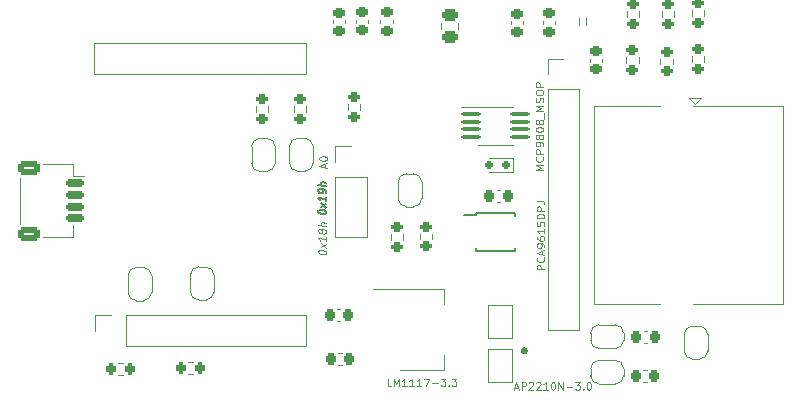
<source format=gbr>
%TF.GenerationSoftware,KiCad,Pcbnew,7.0.8-7.0.8~ubuntu22.04.1*%
%TF.CreationDate,2023-10-19T14:38:34-05:00*%
%TF.ProjectId,rm3100Remote,726d3331-3030-4526-956d-6f74652e6b69,0.0.5*%
%TF.SameCoordinates,Original*%
%TF.FileFunction,Legend,Top*%
%TF.FilePolarity,Positive*%
%FSLAX46Y46*%
G04 Gerber Fmt 4.6, Leading zero omitted, Abs format (unit mm)*
G04 Created by KiCad (PCBNEW 7.0.8-7.0.8~ubuntu22.04.1) date 2023-10-19 14:38:34*
%MOMM*%
%LPD*%
G01*
G04 APERTURE LIST*
G04 Aperture macros list*
%AMRoundRect*
0 Rectangle with rounded corners*
0 $1 Rounding radius*
0 $2 $3 $4 $5 $6 $7 $8 $9 X,Y pos of 4 corners*
0 Add a 4 corners polygon primitive as box body*
4,1,4,$2,$3,$4,$5,$6,$7,$8,$9,$2,$3,0*
0 Add four circle primitives for the rounded corners*
1,1,$1+$1,$2,$3*
1,1,$1+$1,$4,$5*
1,1,$1+$1,$6,$7*
1,1,$1+$1,$8,$9*
0 Add four rect primitives between the rounded corners*
20,1,$1+$1,$2,$3,$4,$5,0*
20,1,$1+$1,$4,$5,$6,$7,0*
20,1,$1+$1,$6,$7,$8,$9,0*
20,1,$1+$1,$8,$9,$2,$3,0*%
%AMFreePoly0*
4,1,19,0.500000,-0.750000,0.000000,-0.750000,0.000000,-0.744911,-0.071157,-0.744911,-0.207708,-0.704816,-0.327430,-0.627875,-0.420627,-0.520320,-0.479746,-0.390866,-0.500000,-0.250000,-0.500000,0.250000,-0.479746,0.390866,-0.420627,0.520320,-0.327430,0.627875,-0.207708,0.704816,-0.071157,0.744911,0.000000,0.744911,0.000000,0.750000,0.500000,0.750000,0.500000,-0.750000,0.500000,-0.750000,
$1*%
%AMFreePoly1*
4,1,19,0.000000,0.744911,0.071157,0.744911,0.207708,0.704816,0.327430,0.627875,0.420627,0.520320,0.479746,0.390866,0.500000,0.250000,0.500000,-0.250000,0.479746,-0.390866,0.420627,-0.520320,0.327430,-0.627875,0.207708,-0.704816,0.071157,-0.744911,0.000000,-0.744911,0.000000,-0.750000,-0.500000,-0.750000,-0.500000,0.750000,0.000000,0.750000,0.000000,0.744911,0.000000,0.744911,
$1*%
G04 Aperture macros list end*
%ADD10C,0.150000*%
%ADD11C,0.125000*%
%ADD12C,0.120000*%
%ADD13C,0.127000*%
%ADD14RoundRect,0.200000X-0.275000X0.200000X-0.275000X-0.200000X0.275000X-0.200000X0.275000X0.200000X0*%
%ADD15C,2.500000*%
%ADD16R,1.700000X1.700000*%
%ADD17O,1.700000X1.700000*%
%ADD18RoundRect,0.150000X-0.625000X0.150000X-0.625000X-0.150000X0.625000X-0.150000X0.625000X0.150000X0*%
%ADD19RoundRect,0.250000X-0.650000X0.350000X-0.650000X-0.350000X0.650000X-0.350000X0.650000X0.350000X0*%
%ADD20FreePoly0,270.000000*%
%ADD21FreePoly1,270.000000*%
%ADD22RoundRect,0.200000X-0.200000X-0.275000X0.200000X-0.275000X0.200000X0.275000X-0.200000X0.275000X0*%
%ADD23RoundRect,0.225000X0.225000X0.250000X-0.225000X0.250000X-0.225000X-0.250000X0.225000X-0.250000X0*%
%ADD24RoundRect,0.225000X0.250000X-0.225000X0.250000X0.225000X-0.250000X0.225000X-0.250000X-0.225000X0*%
%ADD25RoundRect,0.225000X-0.250000X0.225000X-0.250000X-0.225000X0.250000X-0.225000X0.250000X0.225000X0*%
%ADD26RoundRect,0.150000X-0.150000X-0.200000X0.150000X-0.200000X0.150000X0.200000X-0.150000X0.200000X0*%
%ADD27RoundRect,0.243750X-0.456250X0.243750X-0.456250X-0.243750X0.456250X-0.243750X0.456250X0.243750X0*%
%ADD28R,0.800000X0.600000*%
%ADD29C,3.250000*%
%ADD30R,1.500000X1.500000*%
%ADD31C,1.500000*%
%ADD32C,2.300000*%
%ADD33RoundRect,0.100000X-0.712500X-0.100000X0.712500X-0.100000X0.712500X0.100000X-0.712500X0.100000X0*%
%ADD34R,1.100000X0.250000*%
%ADD35R,2.000000X1.500000*%
%ADD36R,2.000000X3.800000*%
%ADD37RoundRect,0.225000X-0.225000X-0.250000X0.225000X-0.250000X0.225000X0.250000X-0.225000X0.250000X0*%
%ADD38R,1.050000X0.600000*%
%ADD39R,1.500000X1.000000*%
%ADD40FreePoly0,180.000000*%
%ADD41FreePoly1,180.000000*%
G04 APERTURE END LIST*
D10*
X-70075898Y55439839D02*
X-70075898Y55501744D01*
X-70075898Y55501744D02*
X-70044946Y55559779D01*
X-70044946Y55559779D02*
X-70013993Y55586863D01*
X-70013993Y55586863D02*
X-69952089Y55610077D01*
X-69952089Y55610077D02*
X-69828279Y55625553D01*
X-69828279Y55625553D02*
X-69673517Y55606208D01*
X-69673517Y55606208D02*
X-69549708Y55559779D01*
X-69549708Y55559779D02*
X-69487803Y55521089D01*
X-69487803Y55521089D02*
X-69456850Y55486267D01*
X-69456850Y55486267D02*
X-69425898Y55420494D01*
X-69425898Y55420494D02*
X-69425898Y55358589D01*
X-69425898Y55358589D02*
X-69456850Y55300553D01*
X-69456850Y55300553D02*
X-69487803Y55273470D01*
X-69487803Y55273470D02*
X-69549708Y55250256D01*
X-69549708Y55250256D02*
X-69673517Y55234779D01*
X-69673517Y55234779D02*
X-69828279Y55254125D01*
X-69828279Y55254125D02*
X-69952089Y55300553D01*
X-69952089Y55300553D02*
X-70013993Y55339244D01*
X-70013993Y55339244D02*
X-70044946Y55374065D01*
X-70044946Y55374065D02*
X-70075898Y55439839D01*
X-69425898Y55791923D02*
X-69859231Y56186565D01*
X-69859231Y55846089D02*
X-69425898Y56132399D01*
X-69425898Y56720494D02*
X-69425898Y56349065D01*
X-69425898Y56534779D02*
X-70075898Y56616029D01*
X-70075898Y56616029D02*
X-69983041Y56542517D01*
X-69983041Y56542517D02*
X-69921136Y56472874D01*
X-69921136Y56472874D02*
X-69890184Y56407101D01*
X-69425898Y57030018D02*
X-69425898Y57153827D01*
X-69425898Y57153827D02*
X-69456850Y57219601D01*
X-69456850Y57219601D02*
X-69487803Y57254422D01*
X-69487803Y57254422D02*
X-69580660Y57327934D01*
X-69580660Y57327934D02*
X-69704470Y57374363D01*
X-69704470Y57374363D02*
X-69952089Y57405315D01*
X-69952089Y57405315D02*
X-70013993Y57382101D01*
X-70013993Y57382101D02*
X-70044946Y57355018D01*
X-70044946Y57355018D02*
X-70075898Y57296982D01*
X-70075898Y57296982D02*
X-70075898Y57173172D01*
X-70075898Y57173172D02*
X-70044946Y57107399D01*
X-70044946Y57107399D02*
X-70013993Y57072577D01*
X-70013993Y57072577D02*
X-69952089Y57033887D01*
X-69952089Y57033887D02*
X-69797327Y57014542D01*
X-69797327Y57014542D02*
X-69735422Y57037756D01*
X-69735422Y57037756D02*
X-69704470Y57064839D01*
X-69704470Y57064839D02*
X-69673517Y57122875D01*
X-69673517Y57122875D02*
X-69673517Y57246684D01*
X-69673517Y57246684D02*
X-69704470Y57312458D01*
X-69704470Y57312458D02*
X-69735422Y57347280D01*
X-69735422Y57347280D02*
X-69797327Y57385970D01*
X-69425898Y57618113D02*
X-70075898Y57699363D01*
X-69425898Y57896685D02*
X-69766374Y57939244D01*
X-69766374Y57939244D02*
X-69828279Y57916030D01*
X-69828279Y57916030D02*
X-69859231Y57857994D01*
X-69859231Y57857994D02*
X-69859231Y57765137D01*
X-69859231Y57765137D02*
X-69828279Y57699363D01*
X-69828279Y57699363D02*
X-69797327Y57664542D01*
D11*
X-70074598Y52039839D02*
X-70074598Y52101744D01*
X-70074598Y52101744D02*
X-70043646Y52159779D01*
X-70043646Y52159779D02*
X-70012693Y52186863D01*
X-70012693Y52186863D02*
X-69950789Y52210077D01*
X-69950789Y52210077D02*
X-69826979Y52225553D01*
X-69826979Y52225553D02*
X-69672217Y52206208D01*
X-69672217Y52206208D02*
X-69548408Y52159779D01*
X-69548408Y52159779D02*
X-69486503Y52121089D01*
X-69486503Y52121089D02*
X-69455550Y52086267D01*
X-69455550Y52086267D02*
X-69424598Y52020494D01*
X-69424598Y52020494D02*
X-69424598Y51958589D01*
X-69424598Y51958589D02*
X-69455550Y51900553D01*
X-69455550Y51900553D02*
X-69486503Y51873470D01*
X-69486503Y51873470D02*
X-69548408Y51850256D01*
X-69548408Y51850256D02*
X-69672217Y51834779D01*
X-69672217Y51834779D02*
X-69826979Y51854125D01*
X-69826979Y51854125D02*
X-69950789Y51900553D01*
X-69950789Y51900553D02*
X-70012693Y51939244D01*
X-70012693Y51939244D02*
X-70043646Y51974065D01*
X-70043646Y51974065D02*
X-70074598Y52039839D01*
X-69424598Y52391923D02*
X-69857931Y52786565D01*
X-69857931Y52446089D02*
X-69424598Y52732399D01*
X-69424598Y53320494D02*
X-69424598Y52949065D01*
X-69424598Y53134779D02*
X-70074598Y53216029D01*
X-70074598Y53216029D02*
X-69981741Y53142517D01*
X-69981741Y53142517D02*
X-69919836Y53072874D01*
X-69919836Y53072874D02*
X-69888884Y53007101D01*
X-69796027Y53738351D02*
X-69826979Y53680315D01*
X-69826979Y53680315D02*
X-69857931Y53653232D01*
X-69857931Y53653232D02*
X-69919836Y53630018D01*
X-69919836Y53630018D02*
X-69950789Y53633887D01*
X-69950789Y53633887D02*
X-70012693Y53672577D01*
X-70012693Y53672577D02*
X-70043646Y53707399D01*
X-70043646Y53707399D02*
X-70074598Y53773172D01*
X-70074598Y53773172D02*
X-70074598Y53896982D01*
X-70074598Y53896982D02*
X-70043646Y53955018D01*
X-70043646Y53955018D02*
X-70012693Y53982101D01*
X-70012693Y53982101D02*
X-69950789Y54005315D01*
X-69950789Y54005315D02*
X-69919836Y54001446D01*
X-69919836Y54001446D02*
X-69857931Y53962756D01*
X-69857931Y53962756D02*
X-69826979Y53927934D01*
X-69826979Y53927934D02*
X-69796027Y53862161D01*
X-69796027Y53862161D02*
X-69796027Y53738351D01*
X-69796027Y53738351D02*
X-69765074Y53672577D01*
X-69765074Y53672577D02*
X-69734122Y53637756D01*
X-69734122Y53637756D02*
X-69672217Y53599065D01*
X-69672217Y53599065D02*
X-69548408Y53583589D01*
X-69548408Y53583589D02*
X-69486503Y53606803D01*
X-69486503Y53606803D02*
X-69455550Y53633887D01*
X-69455550Y53633887D02*
X-69424598Y53691922D01*
X-69424598Y53691922D02*
X-69424598Y53815732D01*
X-69424598Y53815732D02*
X-69455550Y53881506D01*
X-69455550Y53881506D02*
X-69486503Y53916327D01*
X-69486503Y53916327D02*
X-69548408Y53955018D01*
X-69548408Y53955018D02*
X-69672217Y53970494D01*
X-69672217Y53970494D02*
X-69734122Y53947280D01*
X-69734122Y53947280D02*
X-69765074Y53920196D01*
X-69765074Y53920196D02*
X-69796027Y53862161D01*
X-69424598Y54218113D02*
X-70074598Y54299363D01*
X-69424598Y54496685D02*
X-69765074Y54539244D01*
X-69765074Y54539244D02*
X-69826979Y54516030D01*
X-69826979Y54516030D02*
X-69857931Y54457994D01*
X-69857931Y54457994D02*
X-69857931Y54365137D01*
X-69857931Y54365137D02*
X-69826979Y54299363D01*
X-69826979Y54299363D02*
X-69796027Y54264542D01*
X-69510312Y59205315D02*
X-69510312Y59514839D01*
X-69324598Y59143410D02*
X-69974598Y59360077D01*
X-69974598Y59360077D02*
X-69324598Y59576744D01*
X-69974598Y59917220D02*
X-69974598Y59979125D01*
X-69974598Y59979125D02*
X-69943646Y60041029D01*
X-69943646Y60041029D02*
X-69912693Y60071982D01*
X-69912693Y60071982D02*
X-69850789Y60102934D01*
X-69850789Y60102934D02*
X-69726979Y60133887D01*
X-69726979Y60133887D02*
X-69572217Y60133887D01*
X-69572217Y60133887D02*
X-69448408Y60102934D01*
X-69448408Y60102934D02*
X-69386503Y60071982D01*
X-69386503Y60071982D02*
X-69355550Y60041029D01*
X-69355550Y60041029D02*
X-69324598Y59979125D01*
X-69324598Y59979125D02*
X-69324598Y59917220D01*
X-69324598Y59917220D02*
X-69355550Y59855315D01*
X-69355550Y59855315D02*
X-69386503Y59824363D01*
X-69386503Y59824363D02*
X-69448408Y59793410D01*
X-69448408Y59793410D02*
X-69572217Y59762458D01*
X-69572217Y59762458D02*
X-69726979Y59762458D01*
X-69726979Y59762458D02*
X-69850789Y59793410D01*
X-69850789Y59793410D02*
X-69912693Y59824363D01*
X-69912693Y59824363D02*
X-69943646Y59855315D01*
X-69943646Y59855315D02*
X-69974598Y59917220D01*
X-51024598Y58970790D02*
X-51674598Y58970790D01*
X-51674598Y58970790D02*
X-51210312Y59187457D01*
X-51210312Y59187457D02*
X-51674598Y59404124D01*
X-51674598Y59404124D02*
X-51024598Y59404124D01*
X-51086503Y60085076D02*
X-51055550Y60054124D01*
X-51055550Y60054124D02*
X-51024598Y59961266D01*
X-51024598Y59961266D02*
X-51024598Y59899362D01*
X-51024598Y59899362D02*
X-51055550Y59806505D01*
X-51055550Y59806505D02*
X-51117455Y59744600D01*
X-51117455Y59744600D02*
X-51179360Y59713647D01*
X-51179360Y59713647D02*
X-51303170Y59682695D01*
X-51303170Y59682695D02*
X-51396027Y59682695D01*
X-51396027Y59682695D02*
X-51519836Y59713647D01*
X-51519836Y59713647D02*
X-51581741Y59744600D01*
X-51581741Y59744600D02*
X-51643646Y59806505D01*
X-51643646Y59806505D02*
X-51674598Y59899362D01*
X-51674598Y59899362D02*
X-51674598Y59961266D01*
X-51674598Y59961266D02*
X-51643646Y60054124D01*
X-51643646Y60054124D02*
X-51612693Y60085076D01*
X-51024598Y60363647D02*
X-51674598Y60363647D01*
X-51674598Y60363647D02*
X-51674598Y60611266D01*
X-51674598Y60611266D02*
X-51643646Y60673171D01*
X-51643646Y60673171D02*
X-51612693Y60704124D01*
X-51612693Y60704124D02*
X-51550789Y60735076D01*
X-51550789Y60735076D02*
X-51457931Y60735076D01*
X-51457931Y60735076D02*
X-51396027Y60704124D01*
X-51396027Y60704124D02*
X-51365074Y60673171D01*
X-51365074Y60673171D02*
X-51334122Y60611266D01*
X-51334122Y60611266D02*
X-51334122Y60363647D01*
X-51024598Y61044600D02*
X-51024598Y61168409D01*
X-51024598Y61168409D02*
X-51055550Y61230314D01*
X-51055550Y61230314D02*
X-51086503Y61261266D01*
X-51086503Y61261266D02*
X-51179360Y61323171D01*
X-51179360Y61323171D02*
X-51303170Y61354124D01*
X-51303170Y61354124D02*
X-51550789Y61354124D01*
X-51550789Y61354124D02*
X-51612693Y61323171D01*
X-51612693Y61323171D02*
X-51643646Y61292219D01*
X-51643646Y61292219D02*
X-51674598Y61230314D01*
X-51674598Y61230314D02*
X-51674598Y61106505D01*
X-51674598Y61106505D02*
X-51643646Y61044600D01*
X-51643646Y61044600D02*
X-51612693Y61013647D01*
X-51612693Y61013647D02*
X-51550789Y60982695D01*
X-51550789Y60982695D02*
X-51396027Y60982695D01*
X-51396027Y60982695D02*
X-51334122Y61013647D01*
X-51334122Y61013647D02*
X-51303170Y61044600D01*
X-51303170Y61044600D02*
X-51272217Y61106505D01*
X-51272217Y61106505D02*
X-51272217Y61230314D01*
X-51272217Y61230314D02*
X-51303170Y61292219D01*
X-51303170Y61292219D02*
X-51334122Y61323171D01*
X-51334122Y61323171D02*
X-51396027Y61354124D01*
X-51396027Y61725553D02*
X-51426979Y61663648D01*
X-51426979Y61663648D02*
X-51457931Y61632695D01*
X-51457931Y61632695D02*
X-51519836Y61601743D01*
X-51519836Y61601743D02*
X-51550789Y61601743D01*
X-51550789Y61601743D02*
X-51612693Y61632695D01*
X-51612693Y61632695D02*
X-51643646Y61663648D01*
X-51643646Y61663648D02*
X-51674598Y61725553D01*
X-51674598Y61725553D02*
X-51674598Y61849362D01*
X-51674598Y61849362D02*
X-51643646Y61911267D01*
X-51643646Y61911267D02*
X-51612693Y61942219D01*
X-51612693Y61942219D02*
X-51550789Y61973172D01*
X-51550789Y61973172D02*
X-51519836Y61973172D01*
X-51519836Y61973172D02*
X-51457931Y61942219D01*
X-51457931Y61942219D02*
X-51426979Y61911267D01*
X-51426979Y61911267D02*
X-51396027Y61849362D01*
X-51396027Y61849362D02*
X-51396027Y61725553D01*
X-51396027Y61725553D02*
X-51365074Y61663648D01*
X-51365074Y61663648D02*
X-51334122Y61632695D01*
X-51334122Y61632695D02*
X-51272217Y61601743D01*
X-51272217Y61601743D02*
X-51148408Y61601743D01*
X-51148408Y61601743D02*
X-51086503Y61632695D01*
X-51086503Y61632695D02*
X-51055550Y61663648D01*
X-51055550Y61663648D02*
X-51024598Y61725553D01*
X-51024598Y61725553D02*
X-51024598Y61849362D01*
X-51024598Y61849362D02*
X-51055550Y61911267D01*
X-51055550Y61911267D02*
X-51086503Y61942219D01*
X-51086503Y61942219D02*
X-51148408Y61973172D01*
X-51148408Y61973172D02*
X-51272217Y61973172D01*
X-51272217Y61973172D02*
X-51334122Y61942219D01*
X-51334122Y61942219D02*
X-51365074Y61911267D01*
X-51365074Y61911267D02*
X-51396027Y61849362D01*
X-51674598Y62375553D02*
X-51674598Y62437458D01*
X-51674598Y62437458D02*
X-51643646Y62499362D01*
X-51643646Y62499362D02*
X-51612693Y62530315D01*
X-51612693Y62530315D02*
X-51550789Y62561267D01*
X-51550789Y62561267D02*
X-51426979Y62592220D01*
X-51426979Y62592220D02*
X-51272217Y62592220D01*
X-51272217Y62592220D02*
X-51148408Y62561267D01*
X-51148408Y62561267D02*
X-51086503Y62530315D01*
X-51086503Y62530315D02*
X-51055550Y62499362D01*
X-51055550Y62499362D02*
X-51024598Y62437458D01*
X-51024598Y62437458D02*
X-51024598Y62375553D01*
X-51024598Y62375553D02*
X-51055550Y62313648D01*
X-51055550Y62313648D02*
X-51086503Y62282696D01*
X-51086503Y62282696D02*
X-51148408Y62251743D01*
X-51148408Y62251743D02*
X-51272217Y62220791D01*
X-51272217Y62220791D02*
X-51426979Y62220791D01*
X-51426979Y62220791D02*
X-51550789Y62251743D01*
X-51550789Y62251743D02*
X-51612693Y62282696D01*
X-51612693Y62282696D02*
X-51643646Y62313648D01*
X-51643646Y62313648D02*
X-51674598Y62375553D01*
X-51396027Y62963649D02*
X-51426979Y62901744D01*
X-51426979Y62901744D02*
X-51457931Y62870791D01*
X-51457931Y62870791D02*
X-51519836Y62839839D01*
X-51519836Y62839839D02*
X-51550789Y62839839D01*
X-51550789Y62839839D02*
X-51612693Y62870791D01*
X-51612693Y62870791D02*
X-51643646Y62901744D01*
X-51643646Y62901744D02*
X-51674598Y62963649D01*
X-51674598Y62963649D02*
X-51674598Y63087458D01*
X-51674598Y63087458D02*
X-51643646Y63149363D01*
X-51643646Y63149363D02*
X-51612693Y63180315D01*
X-51612693Y63180315D02*
X-51550789Y63211268D01*
X-51550789Y63211268D02*
X-51519836Y63211268D01*
X-51519836Y63211268D02*
X-51457931Y63180315D01*
X-51457931Y63180315D02*
X-51426979Y63149363D01*
X-51426979Y63149363D02*
X-51396027Y63087458D01*
X-51396027Y63087458D02*
X-51396027Y62963649D01*
X-51396027Y62963649D02*
X-51365074Y62901744D01*
X-51365074Y62901744D02*
X-51334122Y62870791D01*
X-51334122Y62870791D02*
X-51272217Y62839839D01*
X-51272217Y62839839D02*
X-51148408Y62839839D01*
X-51148408Y62839839D02*
X-51086503Y62870791D01*
X-51086503Y62870791D02*
X-51055550Y62901744D01*
X-51055550Y62901744D02*
X-51024598Y62963649D01*
X-51024598Y62963649D02*
X-51024598Y63087458D01*
X-51024598Y63087458D02*
X-51055550Y63149363D01*
X-51055550Y63149363D02*
X-51086503Y63180315D01*
X-51086503Y63180315D02*
X-51148408Y63211268D01*
X-51148408Y63211268D02*
X-51272217Y63211268D01*
X-51272217Y63211268D02*
X-51334122Y63180315D01*
X-51334122Y63180315D02*
X-51365074Y63149363D01*
X-51365074Y63149363D02*
X-51396027Y63087458D01*
X-50962693Y63335077D02*
X-50962693Y63830316D01*
X-51024598Y63985077D02*
X-51674598Y63985077D01*
X-51674598Y63985077D02*
X-51210312Y64201744D01*
X-51210312Y64201744D02*
X-51674598Y64418411D01*
X-51674598Y64418411D02*
X-51024598Y64418411D01*
X-51055550Y64696982D02*
X-51024598Y64789839D01*
X-51024598Y64789839D02*
X-51024598Y64944601D01*
X-51024598Y64944601D02*
X-51055550Y65006506D01*
X-51055550Y65006506D02*
X-51086503Y65037458D01*
X-51086503Y65037458D02*
X-51148408Y65068411D01*
X-51148408Y65068411D02*
X-51210312Y65068411D01*
X-51210312Y65068411D02*
X-51272217Y65037458D01*
X-51272217Y65037458D02*
X-51303170Y65006506D01*
X-51303170Y65006506D02*
X-51334122Y64944601D01*
X-51334122Y64944601D02*
X-51365074Y64820792D01*
X-51365074Y64820792D02*
X-51396027Y64758887D01*
X-51396027Y64758887D02*
X-51426979Y64727934D01*
X-51426979Y64727934D02*
X-51488884Y64696982D01*
X-51488884Y64696982D02*
X-51550789Y64696982D01*
X-51550789Y64696982D02*
X-51612693Y64727934D01*
X-51612693Y64727934D02*
X-51643646Y64758887D01*
X-51643646Y64758887D02*
X-51674598Y64820792D01*
X-51674598Y64820792D02*
X-51674598Y64975553D01*
X-51674598Y64975553D02*
X-51643646Y65068411D01*
X-51674598Y65470792D02*
X-51674598Y65594601D01*
X-51674598Y65594601D02*
X-51643646Y65656506D01*
X-51643646Y65656506D02*
X-51581741Y65718411D01*
X-51581741Y65718411D02*
X-51457931Y65749363D01*
X-51457931Y65749363D02*
X-51241265Y65749363D01*
X-51241265Y65749363D02*
X-51117455Y65718411D01*
X-51117455Y65718411D02*
X-51055550Y65656506D01*
X-51055550Y65656506D02*
X-51024598Y65594601D01*
X-51024598Y65594601D02*
X-51024598Y65470792D01*
X-51024598Y65470792D02*
X-51055550Y65408887D01*
X-51055550Y65408887D02*
X-51117455Y65346982D01*
X-51117455Y65346982D02*
X-51241265Y65316030D01*
X-51241265Y65316030D02*
X-51457931Y65316030D01*
X-51457931Y65316030D02*
X-51581741Y65346982D01*
X-51581741Y65346982D02*
X-51643646Y65408887D01*
X-51643646Y65408887D02*
X-51674598Y65470792D01*
X-51024598Y66027934D02*
X-51674598Y66027934D01*
X-51674598Y66027934D02*
X-51674598Y66275553D01*
X-51674598Y66275553D02*
X-51643646Y66337458D01*
X-51643646Y66337458D02*
X-51612693Y66368411D01*
X-51612693Y66368411D02*
X-51550789Y66399363D01*
X-51550789Y66399363D02*
X-51457931Y66399363D01*
X-51457931Y66399363D02*
X-51396027Y66368411D01*
X-51396027Y66368411D02*
X-51365074Y66337458D01*
X-51365074Y66337458D02*
X-51334122Y66275553D01*
X-51334122Y66275553D02*
X-51334122Y66027934D01*
X-50924598Y50560076D02*
X-51574598Y50560076D01*
X-51574598Y50560076D02*
X-51574598Y50807695D01*
X-51574598Y50807695D02*
X-51543646Y50869600D01*
X-51543646Y50869600D02*
X-51512693Y50900553D01*
X-51512693Y50900553D02*
X-51450789Y50931505D01*
X-51450789Y50931505D02*
X-51357931Y50931505D01*
X-51357931Y50931505D02*
X-51296027Y50900553D01*
X-51296027Y50900553D02*
X-51265074Y50869600D01*
X-51265074Y50869600D02*
X-51234122Y50807695D01*
X-51234122Y50807695D02*
X-51234122Y50560076D01*
X-50986503Y51581505D02*
X-50955550Y51550553D01*
X-50955550Y51550553D02*
X-50924598Y51457695D01*
X-50924598Y51457695D02*
X-50924598Y51395791D01*
X-50924598Y51395791D02*
X-50955550Y51302934D01*
X-50955550Y51302934D02*
X-51017455Y51241029D01*
X-51017455Y51241029D02*
X-51079360Y51210076D01*
X-51079360Y51210076D02*
X-51203170Y51179124D01*
X-51203170Y51179124D02*
X-51296027Y51179124D01*
X-51296027Y51179124D02*
X-51419836Y51210076D01*
X-51419836Y51210076D02*
X-51481741Y51241029D01*
X-51481741Y51241029D02*
X-51543646Y51302934D01*
X-51543646Y51302934D02*
X-51574598Y51395791D01*
X-51574598Y51395791D02*
X-51574598Y51457695D01*
X-51574598Y51457695D02*
X-51543646Y51550553D01*
X-51543646Y51550553D02*
X-51512693Y51581505D01*
X-51110312Y51829124D02*
X-51110312Y52138648D01*
X-50924598Y51767219D02*
X-51574598Y51983886D01*
X-51574598Y51983886D02*
X-50924598Y52200553D01*
X-50924598Y52448172D02*
X-50924598Y52571981D01*
X-50924598Y52571981D02*
X-50955550Y52633886D01*
X-50955550Y52633886D02*
X-50986503Y52664838D01*
X-50986503Y52664838D02*
X-51079360Y52726743D01*
X-51079360Y52726743D02*
X-51203170Y52757696D01*
X-51203170Y52757696D02*
X-51450789Y52757696D01*
X-51450789Y52757696D02*
X-51512693Y52726743D01*
X-51512693Y52726743D02*
X-51543646Y52695791D01*
X-51543646Y52695791D02*
X-51574598Y52633886D01*
X-51574598Y52633886D02*
X-51574598Y52510077D01*
X-51574598Y52510077D02*
X-51543646Y52448172D01*
X-51543646Y52448172D02*
X-51512693Y52417219D01*
X-51512693Y52417219D02*
X-51450789Y52386267D01*
X-51450789Y52386267D02*
X-51296027Y52386267D01*
X-51296027Y52386267D02*
X-51234122Y52417219D01*
X-51234122Y52417219D02*
X-51203170Y52448172D01*
X-51203170Y52448172D02*
X-51172217Y52510077D01*
X-51172217Y52510077D02*
X-51172217Y52633886D01*
X-51172217Y52633886D02*
X-51203170Y52695791D01*
X-51203170Y52695791D02*
X-51234122Y52726743D01*
X-51234122Y52726743D02*
X-51296027Y52757696D01*
X-51574598Y53314839D02*
X-51574598Y53191029D01*
X-51574598Y53191029D02*
X-51543646Y53129125D01*
X-51543646Y53129125D02*
X-51512693Y53098172D01*
X-51512693Y53098172D02*
X-51419836Y53036267D01*
X-51419836Y53036267D02*
X-51296027Y53005315D01*
X-51296027Y53005315D02*
X-51048408Y53005315D01*
X-51048408Y53005315D02*
X-50986503Y53036267D01*
X-50986503Y53036267D02*
X-50955550Y53067220D01*
X-50955550Y53067220D02*
X-50924598Y53129125D01*
X-50924598Y53129125D02*
X-50924598Y53252934D01*
X-50924598Y53252934D02*
X-50955550Y53314839D01*
X-50955550Y53314839D02*
X-50986503Y53345791D01*
X-50986503Y53345791D02*
X-51048408Y53376744D01*
X-51048408Y53376744D02*
X-51203170Y53376744D01*
X-51203170Y53376744D02*
X-51265074Y53345791D01*
X-51265074Y53345791D02*
X-51296027Y53314839D01*
X-51296027Y53314839D02*
X-51326979Y53252934D01*
X-51326979Y53252934D02*
X-51326979Y53129125D01*
X-51326979Y53129125D02*
X-51296027Y53067220D01*
X-51296027Y53067220D02*
X-51265074Y53036267D01*
X-51265074Y53036267D02*
X-51203170Y53005315D01*
X-50924598Y53995792D02*
X-50924598Y53624363D01*
X-50924598Y53810077D02*
X-51574598Y53810077D01*
X-51574598Y53810077D02*
X-51481741Y53748173D01*
X-51481741Y53748173D02*
X-51419836Y53686268D01*
X-51419836Y53686268D02*
X-51388884Y53624363D01*
X-51574598Y54583887D02*
X-51574598Y54274363D01*
X-51574598Y54274363D02*
X-51265074Y54243411D01*
X-51265074Y54243411D02*
X-51296027Y54274363D01*
X-51296027Y54274363D02*
X-51326979Y54336268D01*
X-51326979Y54336268D02*
X-51326979Y54491030D01*
X-51326979Y54491030D02*
X-51296027Y54552935D01*
X-51296027Y54552935D02*
X-51265074Y54583887D01*
X-51265074Y54583887D02*
X-51203170Y54614840D01*
X-51203170Y54614840D02*
X-51048408Y54614840D01*
X-51048408Y54614840D02*
X-50986503Y54583887D01*
X-50986503Y54583887D02*
X-50955550Y54552935D01*
X-50955550Y54552935D02*
X-50924598Y54491030D01*
X-50924598Y54491030D02*
X-50924598Y54336268D01*
X-50924598Y54336268D02*
X-50955550Y54274363D01*
X-50955550Y54274363D02*
X-50986503Y54243411D01*
X-50924598Y54893411D02*
X-51574598Y54893411D01*
X-51574598Y54893411D02*
X-51574598Y55048173D01*
X-51574598Y55048173D02*
X-51543646Y55141030D01*
X-51543646Y55141030D02*
X-51481741Y55202935D01*
X-51481741Y55202935D02*
X-51419836Y55233888D01*
X-51419836Y55233888D02*
X-51296027Y55264840D01*
X-51296027Y55264840D02*
X-51203170Y55264840D01*
X-51203170Y55264840D02*
X-51079360Y55233888D01*
X-51079360Y55233888D02*
X-51017455Y55202935D01*
X-51017455Y55202935D02*
X-50955550Y55141030D01*
X-50955550Y55141030D02*
X-50924598Y55048173D01*
X-50924598Y55048173D02*
X-50924598Y54893411D01*
X-50924598Y55543411D02*
X-51574598Y55543411D01*
X-51574598Y55543411D02*
X-51574598Y55791030D01*
X-51574598Y55791030D02*
X-51543646Y55852935D01*
X-51543646Y55852935D02*
X-51512693Y55883888D01*
X-51512693Y55883888D02*
X-51450789Y55914840D01*
X-51450789Y55914840D02*
X-51357931Y55914840D01*
X-51357931Y55914840D02*
X-51296027Y55883888D01*
X-51296027Y55883888D02*
X-51265074Y55852935D01*
X-51265074Y55852935D02*
X-51234122Y55791030D01*
X-51234122Y55791030D02*
X-51234122Y55543411D01*
X-51574598Y56379126D02*
X-51110312Y56379126D01*
X-51110312Y56379126D02*
X-51017455Y56348173D01*
X-51017455Y56348173D02*
X-50955550Y56286269D01*
X-50955550Y56286269D02*
X-50924598Y56193411D01*
X-50924598Y56193411D02*
X-50924598Y56131507D01*
X-63900125Y40671798D02*
X-64209649Y40671798D01*
X-64209649Y40671798D02*
X-64209649Y41321798D01*
X-63683459Y40671798D02*
X-63683459Y41321798D01*
X-63683459Y41321798D02*
X-63466792Y40857512D01*
X-63466792Y40857512D02*
X-63250125Y41321798D01*
X-63250125Y41321798D02*
X-63250125Y40671798D01*
X-62600125Y40671798D02*
X-62971554Y40671798D01*
X-62785840Y40671798D02*
X-62785840Y41321798D01*
X-62785840Y41321798D02*
X-62847744Y41228941D01*
X-62847744Y41228941D02*
X-62909649Y41167036D01*
X-62909649Y41167036D02*
X-62971554Y41136084D01*
X-61981077Y40671798D02*
X-62352506Y40671798D01*
X-62166792Y40671798D02*
X-62166792Y41321798D01*
X-62166792Y41321798D02*
X-62228696Y41228941D01*
X-62228696Y41228941D02*
X-62290601Y41167036D01*
X-62290601Y41167036D02*
X-62352506Y41136084D01*
X-61362029Y40671798D02*
X-61733458Y40671798D01*
X-61547744Y40671798D02*
X-61547744Y41321798D01*
X-61547744Y41321798D02*
X-61609648Y41228941D01*
X-61609648Y41228941D02*
X-61671553Y41167036D01*
X-61671553Y41167036D02*
X-61733458Y41136084D01*
X-61145362Y41321798D02*
X-60712029Y41321798D01*
X-60712029Y41321798D02*
X-60990600Y40671798D01*
X-60464410Y40919417D02*
X-59969171Y40919417D01*
X-59721552Y41321798D02*
X-59319171Y41321798D01*
X-59319171Y41321798D02*
X-59535838Y41074179D01*
X-59535838Y41074179D02*
X-59442981Y41074179D01*
X-59442981Y41074179D02*
X-59381076Y41043227D01*
X-59381076Y41043227D02*
X-59350124Y41012274D01*
X-59350124Y41012274D02*
X-59319171Y40950370D01*
X-59319171Y40950370D02*
X-59319171Y40795608D01*
X-59319171Y40795608D02*
X-59350124Y40733703D01*
X-59350124Y40733703D02*
X-59381076Y40702750D01*
X-59381076Y40702750D02*
X-59442981Y40671798D01*
X-59442981Y40671798D02*
X-59628695Y40671798D01*
X-59628695Y40671798D02*
X-59690600Y40702750D01*
X-59690600Y40702750D02*
X-59721552Y40733703D01*
X-59040600Y40733703D02*
X-59009647Y40702750D01*
X-59009647Y40702750D02*
X-59040600Y40671798D01*
X-59040600Y40671798D02*
X-59071552Y40702750D01*
X-59071552Y40702750D02*
X-59040600Y40733703D01*
X-59040600Y40733703D02*
X-59040600Y40671798D01*
X-58792980Y41321798D02*
X-58390599Y41321798D01*
X-58390599Y41321798D02*
X-58607266Y41074179D01*
X-58607266Y41074179D02*
X-58514409Y41074179D01*
X-58514409Y41074179D02*
X-58452504Y41043227D01*
X-58452504Y41043227D02*
X-58421552Y41012274D01*
X-58421552Y41012274D02*
X-58390599Y40950370D01*
X-58390599Y40950370D02*
X-58390599Y40795608D01*
X-58390599Y40795608D02*
X-58421552Y40733703D01*
X-58421552Y40733703D02*
X-58452504Y40702750D01*
X-58452504Y40702750D02*
X-58514409Y40671798D01*
X-58514409Y40671798D02*
X-58700123Y40671798D01*
X-58700123Y40671798D02*
X-58762028Y40702750D01*
X-58762028Y40702750D02*
X-58792980Y40733703D01*
X-53453325Y40561112D02*
X-53143801Y40561112D01*
X-53515230Y40375398D02*
X-53298563Y41025398D01*
X-53298563Y41025398D02*
X-53081896Y40375398D01*
X-52865230Y40375398D02*
X-52865230Y41025398D01*
X-52865230Y41025398D02*
X-52617611Y41025398D01*
X-52617611Y41025398D02*
X-52555706Y40994446D01*
X-52555706Y40994446D02*
X-52524753Y40963493D01*
X-52524753Y40963493D02*
X-52493801Y40901589D01*
X-52493801Y40901589D02*
X-52493801Y40808731D01*
X-52493801Y40808731D02*
X-52524753Y40746827D01*
X-52524753Y40746827D02*
X-52555706Y40715874D01*
X-52555706Y40715874D02*
X-52617611Y40684922D01*
X-52617611Y40684922D02*
X-52865230Y40684922D01*
X-52246182Y40963493D02*
X-52215230Y40994446D01*
X-52215230Y40994446D02*
X-52153325Y41025398D01*
X-52153325Y41025398D02*
X-51998563Y41025398D01*
X-51998563Y41025398D02*
X-51936658Y40994446D01*
X-51936658Y40994446D02*
X-51905706Y40963493D01*
X-51905706Y40963493D02*
X-51874753Y40901589D01*
X-51874753Y40901589D02*
X-51874753Y40839684D01*
X-51874753Y40839684D02*
X-51905706Y40746827D01*
X-51905706Y40746827D02*
X-52277134Y40375398D01*
X-52277134Y40375398D02*
X-51874753Y40375398D01*
X-51627134Y40963493D02*
X-51596182Y40994446D01*
X-51596182Y40994446D02*
X-51534277Y41025398D01*
X-51534277Y41025398D02*
X-51379515Y41025398D01*
X-51379515Y41025398D02*
X-51317610Y40994446D01*
X-51317610Y40994446D02*
X-51286658Y40963493D01*
X-51286658Y40963493D02*
X-51255705Y40901589D01*
X-51255705Y40901589D02*
X-51255705Y40839684D01*
X-51255705Y40839684D02*
X-51286658Y40746827D01*
X-51286658Y40746827D02*
X-51658086Y40375398D01*
X-51658086Y40375398D02*
X-51255705Y40375398D01*
X-50636657Y40375398D02*
X-51008086Y40375398D01*
X-50822372Y40375398D02*
X-50822372Y41025398D01*
X-50822372Y41025398D02*
X-50884276Y40932541D01*
X-50884276Y40932541D02*
X-50946181Y40870636D01*
X-50946181Y40870636D02*
X-51008086Y40839684D01*
X-50234276Y41025398D02*
X-50172371Y41025398D01*
X-50172371Y41025398D02*
X-50110467Y40994446D01*
X-50110467Y40994446D02*
X-50079514Y40963493D01*
X-50079514Y40963493D02*
X-50048562Y40901589D01*
X-50048562Y40901589D02*
X-50017609Y40777779D01*
X-50017609Y40777779D02*
X-50017609Y40623017D01*
X-50017609Y40623017D02*
X-50048562Y40499208D01*
X-50048562Y40499208D02*
X-50079514Y40437303D01*
X-50079514Y40437303D02*
X-50110467Y40406350D01*
X-50110467Y40406350D02*
X-50172371Y40375398D01*
X-50172371Y40375398D02*
X-50234276Y40375398D01*
X-50234276Y40375398D02*
X-50296181Y40406350D01*
X-50296181Y40406350D02*
X-50327133Y40437303D01*
X-50327133Y40437303D02*
X-50358086Y40499208D01*
X-50358086Y40499208D02*
X-50389038Y40623017D01*
X-50389038Y40623017D02*
X-50389038Y40777779D01*
X-50389038Y40777779D02*
X-50358086Y40901589D01*
X-50358086Y40901589D02*
X-50327133Y40963493D01*
X-50327133Y40963493D02*
X-50296181Y40994446D01*
X-50296181Y40994446D02*
X-50234276Y41025398D01*
X-49739038Y40375398D02*
X-49739038Y41025398D01*
X-49739038Y41025398D02*
X-49367609Y40375398D01*
X-49367609Y40375398D02*
X-49367609Y41025398D01*
X-49058086Y40623017D02*
X-48562847Y40623017D01*
X-48315228Y41025398D02*
X-47912847Y41025398D01*
X-47912847Y41025398D02*
X-48129514Y40777779D01*
X-48129514Y40777779D02*
X-48036657Y40777779D01*
X-48036657Y40777779D02*
X-47974752Y40746827D01*
X-47974752Y40746827D02*
X-47943800Y40715874D01*
X-47943800Y40715874D02*
X-47912847Y40653970D01*
X-47912847Y40653970D02*
X-47912847Y40499208D01*
X-47912847Y40499208D02*
X-47943800Y40437303D01*
X-47943800Y40437303D02*
X-47974752Y40406350D01*
X-47974752Y40406350D02*
X-48036657Y40375398D01*
X-48036657Y40375398D02*
X-48222371Y40375398D01*
X-48222371Y40375398D02*
X-48284276Y40406350D01*
X-48284276Y40406350D02*
X-48315228Y40437303D01*
X-47634276Y40437303D02*
X-47603323Y40406350D01*
X-47603323Y40406350D02*
X-47634276Y40375398D01*
X-47634276Y40375398D02*
X-47665228Y40406350D01*
X-47665228Y40406350D02*
X-47634276Y40437303D01*
X-47634276Y40437303D02*
X-47634276Y40375398D01*
X-47200942Y41025398D02*
X-47139037Y41025398D01*
X-47139037Y41025398D02*
X-47077133Y40994446D01*
X-47077133Y40994446D02*
X-47046180Y40963493D01*
X-47046180Y40963493D02*
X-47015228Y40901589D01*
X-47015228Y40901589D02*
X-46984275Y40777779D01*
X-46984275Y40777779D02*
X-46984275Y40623017D01*
X-46984275Y40623017D02*
X-47015228Y40499208D01*
X-47015228Y40499208D02*
X-47046180Y40437303D01*
X-47046180Y40437303D02*
X-47077133Y40406350D01*
X-47077133Y40406350D02*
X-47139037Y40375398D01*
X-47139037Y40375398D02*
X-47200942Y40375398D01*
X-47200942Y40375398D02*
X-47262847Y40406350D01*
X-47262847Y40406350D02*
X-47293799Y40437303D01*
X-47293799Y40437303D02*
X-47324752Y40499208D01*
X-47324752Y40499208D02*
X-47355704Y40623017D01*
X-47355704Y40623017D02*
X-47355704Y40777779D01*
X-47355704Y40777779D02*
X-47324752Y40901589D01*
X-47324752Y40901589D02*
X-47293799Y40963493D01*
X-47293799Y40963493D02*
X-47262847Y40994446D01*
X-47262847Y40994446D02*
X-47200942Y41025398D01*
D12*
%TO.C,R7*%
X-74305900Y64397658D02*
X-74305900Y63923142D01*
X-75350900Y64397658D02*
X-75350900Y63923142D01*
%TO.C,J3*%
X-68640000Y61020000D02*
X-67310000Y61020000D01*
X-68640000Y59690000D02*
X-68640000Y61020000D01*
X-68640000Y58420000D02*
X-68640000Y53280000D01*
X-68640000Y58420000D02*
X-65980000Y58420000D01*
X-68640000Y53280000D02*
X-65980000Y53280000D01*
X-65980000Y58420000D02*
X-65980000Y53280000D01*
%TO.C,J6*%
X-90874200Y59498000D02*
X-90874200Y58448000D01*
X-93374200Y59498000D02*
X-90874200Y59498000D01*
X-90874200Y58448000D02*
X-89884200Y58448000D01*
X-95344200Y58328000D02*
X-95344200Y54448000D01*
X-90874200Y53278000D02*
X-90874200Y54328000D01*
X-93374200Y53278000D02*
X-90874200Y53278000D01*
%TO.C,R10*%
X-60437500Y53577258D02*
X-60437500Y53102742D01*
X-61482500Y53577258D02*
X-61482500Y53102742D01*
%TO.C,R11*%
X-62875900Y53526458D02*
X-62875900Y53051942D01*
X-63920900Y53526458D02*
X-63920900Y53051942D01*
%TO.C,JP2*%
X-75026800Y61659200D02*
X-74426800Y61659200D01*
X-73726800Y60959200D02*
X-73726800Y59559200D01*
X-75726800Y59559200D02*
X-75726800Y60959200D01*
X-74426800Y58859200D02*
X-75026800Y58859200D01*
X-73726800Y60959200D02*
G75*
G03*
X-74426800Y61659200I-699999J1D01*
G01*
X-75026800Y61659200D02*
G75*
G03*
X-75726800Y60959200I-1J-699999D01*
G01*
X-74426800Y58859200D02*
G75*
G03*
X-73726800Y59559200I0J700000D01*
G01*
X-75726800Y59559200D02*
G75*
G03*
X-75026800Y58859200I700000J0D01*
G01*
%TO.C,JP3*%
X-71818800Y61669600D02*
X-71218800Y61669600D01*
X-70518800Y60969600D02*
X-70518800Y59569600D01*
X-72518800Y59569600D02*
X-72518800Y60969600D01*
X-71218800Y58869600D02*
X-71818800Y58869600D01*
X-70518800Y60969600D02*
G75*
G03*
X-71218800Y61669600I-699999J1D01*
G01*
X-71818800Y61669600D02*
G75*
G03*
X-72518800Y60969600I-1J-699999D01*
G01*
X-71218800Y58869600D02*
G75*
G03*
X-70518800Y59569600I0J700000D01*
G01*
X-72518800Y59569600D02*
G75*
G03*
X-71818800Y58869600I700000J0D01*
G01*
%TO.C,JP4*%
X-80208400Y50777600D02*
X-79608400Y50777600D01*
X-78908400Y50077600D02*
X-78908400Y48677600D01*
X-80908400Y48677600D02*
X-80908400Y50077600D01*
X-79608400Y47977600D02*
X-80208400Y47977600D01*
X-78908400Y50077600D02*
G75*
G03*
X-79608400Y50777600I-699999J1D01*
G01*
X-80208400Y50777600D02*
G75*
G03*
X-80908400Y50077600I-1J-699999D01*
G01*
X-79608400Y47977600D02*
G75*
G03*
X-78908400Y48677600I0J700000D01*
G01*
X-80908400Y48677600D02*
G75*
G03*
X-80208400Y47977600I700000J0D01*
G01*
%TO.C,JP5*%
X-85491600Y50726800D02*
X-84891600Y50726800D01*
X-84191600Y50026800D02*
X-84191600Y48626800D01*
X-86191600Y48626800D02*
X-86191600Y50026800D01*
X-84891600Y47926800D02*
X-85491600Y47926800D01*
X-84191600Y50026800D02*
G75*
G03*
X-84891600Y50726800I-699999J1D01*
G01*
X-85491600Y50726800D02*
G75*
G03*
X-86191600Y50026800I-1J-699999D01*
G01*
X-84891600Y47926800D02*
G75*
G03*
X-84191600Y48626800I0J700000D01*
G01*
X-86191600Y48626800D02*
G75*
G03*
X-85491600Y47926800I700000J0D01*
G01*
%TO.C,R8*%
X-66533500Y64550058D02*
X-66533500Y64075542D01*
X-67578500Y64550058D02*
X-67578500Y64075542D01*
%TO.C,R9*%
X-71105500Y64397658D02*
X-71105500Y63923142D01*
X-72150500Y64397658D02*
X-72150500Y63923142D01*
%TO.C,R12*%
X-81119858Y42737300D02*
X-80645342Y42737300D01*
X-81119858Y41692300D02*
X-80645342Y41692300D01*
%TO.C,R13*%
X-87054458Y42635700D02*
X-86579942Y42635700D01*
X-87054458Y41590700D02*
X-86579942Y41590700D01*
%TO.C,C1*%
X-54672620Y56233600D02*
X-54953780Y56233600D01*
X-54672620Y57253600D02*
X-54953780Y57253600D01*
%TO.C,C2*%
X-51078800Y71329020D02*
X-51078800Y71610180D01*
X-50058800Y71329020D02*
X-50058800Y71610180D01*
%TO.C,C3*%
X-53748800Y71299020D02*
X-53748800Y71580180D01*
X-52728800Y71299020D02*
X-52728800Y71580180D01*
%TO.C,C4*%
X-67816000Y71666980D02*
X-67816000Y71385820D01*
X-68836000Y71666980D02*
X-68836000Y71385820D01*
%TO.C,C5*%
X-65849950Y71716980D02*
X-65849950Y71435820D01*
X-66869950Y71716980D02*
X-66869950Y71435820D01*
%TO.C,C6*%
X-63788800Y71690180D02*
X-63788800Y71409020D01*
X-64808800Y71690180D02*
X-64808800Y71409020D01*
%TO.C,C7*%
X-46022800Y68415780D02*
X-46022800Y68134620D01*
X-47042800Y68415780D02*
X-47042800Y68134620D01*
%TO.C,D1*%
X-53628800Y58769600D02*
X-53628800Y59969600D01*
X-55588800Y58769600D02*
X-53628800Y58769600D01*
X-55588800Y59969600D02*
X-53628800Y59969600D01*
%TO.C,F1*%
X-58248800Y71398178D02*
X-58248800Y70881022D01*
X-59668800Y71398178D02*
X-59668800Y70881022D01*
%TO.C,FB1*%
X-48028800Y71259600D02*
X-48028800Y71859600D01*
X-47428800Y71259600D02*
X-47428800Y71859600D01*
%TO.C,J1*%
X-37665200Y65088400D02*
X-38165200Y64588400D01*
X-38665200Y65088400D02*
X-37665200Y65088400D01*
X-38165200Y64588400D02*
X-38665200Y65088400D01*
X-30755200Y64393400D02*
X-38365200Y64393400D01*
X-46725200Y64393400D02*
X-41165200Y64393400D01*
X-30755200Y64348400D02*
X-30755200Y47708400D01*
X-46725200Y64348400D02*
X-46725200Y47663400D01*
X-30755200Y47663400D02*
X-38365200Y47663400D01*
X-46725200Y47663400D02*
X-41165200Y47663400D01*
%TO.C,R1*%
X-42879100Y72424058D02*
X-42879100Y71949542D01*
X-43924100Y72424058D02*
X-43924100Y71949542D01*
%TO.C,R2*%
X-39965100Y72424058D02*
X-39965100Y71949542D01*
X-41010100Y72424058D02*
X-41010100Y71949542D01*
%TO.C,R3*%
X-37396300Y72506858D02*
X-37396300Y72032342D01*
X-38441300Y72506858D02*
X-38441300Y72032342D01*
%TO.C,R4*%
X-42962300Y68512458D02*
X-42962300Y68037942D01*
X-44007300Y68512458D02*
X-44007300Y68037942D01*
%TO.C,R5*%
X-40066700Y68401858D02*
X-40066700Y67927342D01*
X-41111700Y68401858D02*
X-41111700Y67927342D01*
%TO.C,R6*%
X-37396300Y68606858D02*
X-37396300Y68132342D01*
X-38441300Y68606858D02*
X-38441300Y68132342D01*
%TO.C,U1*%
X-55067200Y64348000D02*
X-57992200Y64348000D01*
X-55067200Y64348000D02*
X-53567200Y64348000D01*
X-55067200Y61128000D02*
X-56567200Y61128000D01*
X-55067200Y61128000D02*
X-53567200Y61128000D01*
D10*
%TO.C,U2*%
X-56692200Y55371400D02*
X-56692200Y55196400D01*
X-56692200Y55371400D02*
X-53442200Y55371400D01*
X-56692200Y55196400D02*
X-57767200Y55196400D01*
X-56692200Y52121400D02*
X-56692200Y52396400D01*
X-56692200Y52121400D02*
X-53442200Y52121400D01*
X-53442200Y55371400D02*
X-53442200Y55096400D01*
X-53442200Y52121400D02*
X-53442200Y52396400D01*
D12*
%TO.C,U4*%
X-65415600Y48876000D02*
X-59405600Y48876000D01*
X-63165600Y42056000D02*
X-59405600Y42056000D01*
X-59405600Y48876000D02*
X-59405600Y47616000D01*
X-59405600Y42056000D02*
X-59405600Y43316000D01*
%TO.C,C9*%
X-68194420Y46226000D02*
X-68475580Y46226000D01*
X-68194420Y47246000D02*
X-68475580Y47246000D01*
%TO.C,C8*%
X-68083820Y42466800D02*
X-68364980Y42466800D01*
X-68083820Y43486800D02*
X-68364980Y43486800D01*
%TO.C,C10*%
X-42507780Y45366400D02*
X-42226620Y45366400D01*
X-42507780Y44346400D02*
X-42226620Y44346400D01*
%TO.C,C11*%
X-42559380Y42079600D02*
X-42278220Y42079600D01*
X-42559380Y41059600D02*
X-42278220Y41059600D01*
D13*
%TO.C,U5*%
X-52642800Y43672000D02*
G75*
G03*
X-52642800Y43672000I-100000J0D01*
G01*
X-52542800Y43672000D02*
G75*
G03*
X-52542800Y43672000I-100000J0D01*
G01*
X-52501381Y43672000D02*
G75*
G03*
X-52501381Y43672000I-141419J0D01*
G01*
X-52419194Y43672000D02*
G75*
G03*
X-52419194Y43672000I-223606J0D01*
G01*
D12*
%TO.C,U3*%
X-86388800Y44043200D02*
X-71088800Y44043200D01*
X-86388800Y44043200D02*
X-86388800Y46703200D01*
X-71088800Y44043200D02*
X-71088800Y46703200D01*
X-88988800Y45373200D02*
X-88988800Y46703200D01*
X-88988800Y46703200D02*
X-87658800Y46703200D01*
X-86388800Y46703200D02*
X-71088800Y46703200D01*
X-71088800Y67093200D02*
X-71088800Y69753200D01*
X-89090500Y67094100D02*
X-71088800Y67093200D01*
X-89090500Y67094100D02*
X-89090500Y69735700D01*
X-89090500Y69748400D02*
X-71088800Y69753200D01*
%TO.C,J4*%
X-50648800Y68399600D02*
X-49318800Y68399600D01*
X-50648800Y67069600D02*
X-50648800Y68399600D01*
X-50648800Y65799600D02*
X-50648800Y45419600D01*
X-50648800Y65799600D02*
X-47988800Y65799600D01*
X-50648800Y45419600D02*
X-47988800Y45419600D01*
X-47988800Y65799600D02*
X-47988800Y45419600D01*
%TO.C,JP6*%
X-53711600Y43818000D02*
X-53711600Y41018000D01*
X-55711600Y43818000D02*
X-53711600Y43818000D01*
X-53711600Y41018000D02*
X-55711600Y41018000D01*
X-55711600Y41018000D02*
X-55711600Y43818000D01*
%TO.C,JP7*%
X-55711600Y44777200D02*
X-55711600Y47577200D01*
X-53711600Y44777200D02*
X-55711600Y44777200D01*
X-55711600Y47577200D02*
X-53711600Y47577200D01*
X-53711600Y47577200D02*
X-53711600Y44777200D01*
%TO.C,JP8*%
X-44218800Y45169600D02*
X-44218800Y44569600D01*
X-44918800Y43869600D02*
X-46318800Y43869600D01*
X-46318800Y45869600D02*
X-44918800Y45869600D01*
X-47018800Y44569600D02*
X-47018800Y45169600D01*
X-44918800Y43869600D02*
G75*
G03*
X-44218800Y44569600I1J699999D01*
G01*
X-44218800Y45169600D02*
G75*
G03*
X-44918800Y45869600I-699999J1D01*
G01*
X-47018800Y44569600D02*
G75*
G03*
X-46318800Y43869600I700000J0D01*
G01*
X-46318800Y45869600D02*
G75*
G03*
X-47018800Y45169600I0J-700000D01*
G01*
%TO.C,JP9*%
X-44218800Y42169600D02*
X-44218800Y41569600D01*
X-44918800Y40869600D02*
X-46318800Y40869600D01*
X-46318800Y42869600D02*
X-44918800Y42869600D01*
X-47018800Y41569600D02*
X-47018800Y42169600D01*
X-44918800Y40869600D02*
G75*
G03*
X-44218800Y41569600I1J699999D01*
G01*
X-44218800Y42169600D02*
G75*
G03*
X-44918800Y42869600I-699999J1D01*
G01*
X-47018800Y41569600D02*
G75*
G03*
X-46318800Y40869600I700000J0D01*
G01*
X-46318800Y42869600D02*
G75*
G03*
X-47018800Y42169600I0J-700000D01*
G01*
%TO.C,JP10*%
X-38400000Y45769600D02*
X-37800000Y45769600D01*
X-37100000Y45069600D02*
X-37100000Y43669600D01*
X-39100000Y43669600D02*
X-39100000Y45069600D01*
X-37800000Y42969600D02*
X-38400000Y42969600D01*
X-37100000Y45069600D02*
G75*
G03*
X-37800000Y45769600I-699999J1D01*
G01*
X-38400000Y45769600D02*
G75*
G03*
X-39100000Y45069600I-1J-699999D01*
G01*
X-37800000Y42969600D02*
G75*
G03*
X-37100000Y43669600I0J700000D01*
G01*
X-39100000Y43669600D02*
G75*
G03*
X-38400000Y42969600I700000J0D01*
G01*
%TO.C,JP1*%
X-62618800Y58669600D02*
X-62018800Y58669600D01*
X-61318800Y57969600D02*
X-61318800Y56569600D01*
X-63318800Y56569600D02*
X-63318800Y57969600D01*
X-62018800Y55869600D02*
X-62618800Y55869600D01*
X-61318800Y57969600D02*
G75*
G03*
X-62018800Y58669600I-699999J1D01*
G01*
X-62618800Y58669600D02*
G75*
G03*
X-63318800Y57969600I-1J-699999D01*
G01*
X-62018800Y55869600D02*
G75*
G03*
X-61318800Y56569600I0J700000D01*
G01*
X-63318800Y56569600D02*
G75*
G03*
X-62618800Y55869600I700000J0D01*
G01*
%TD*%
%LPC*%
D14*
%TO.C,R7*%
X-74828400Y64985400D03*
X-74828400Y63335400D03*
%TD*%
D15*
%TO.C,MK1*%
X-92648800Y72029600D03*
%TD*%
%TO.C,MK2*%
X-33628800Y71749600D03*
%TD*%
D16*
%TO.C,J3*%
X-67310000Y59690000D03*
D17*
X-67310000Y57150000D03*
X-67310000Y54610000D03*
%TD*%
D18*
%TO.C,J6*%
X-90659200Y57888000D03*
X-90659200Y56888000D03*
X-90659200Y55888000D03*
X-90659200Y54888000D03*
D19*
X-94534200Y59188000D03*
X-94534200Y53588000D03*
%TD*%
D14*
%TO.C,R10*%
X-60960000Y54165000D03*
X-60960000Y52515000D03*
%TD*%
%TO.C,R11*%
X-63398400Y54114200D03*
X-63398400Y52464200D03*
%TD*%
D20*
%TO.C,JP2*%
X-74726800Y60909200D03*
D21*
X-74726800Y59609200D03*
%TD*%
D20*
%TO.C,JP3*%
X-71518800Y60919600D03*
D21*
X-71518800Y59619600D03*
%TD*%
D20*
%TO.C,JP4*%
X-79908400Y50027600D03*
D21*
X-79908400Y48727600D03*
%TD*%
D20*
%TO.C,JP5*%
X-85191600Y49976800D03*
D21*
X-85191600Y48676800D03*
%TD*%
D14*
%TO.C,R8*%
X-67056000Y65137800D03*
X-67056000Y63487800D03*
%TD*%
%TO.C,R9*%
X-71628000Y64985400D03*
X-71628000Y63335400D03*
%TD*%
D22*
%TO.C,R12*%
X-81707600Y42214800D03*
X-80057600Y42214800D03*
%TD*%
%TO.C,R13*%
X-87642200Y42113200D03*
X-85992200Y42113200D03*
%TD*%
D23*
%TO.C,C1*%
X-54038200Y56743600D03*
X-55588200Y56743600D03*
%TD*%
D24*
%TO.C,C2*%
X-50568800Y70694600D03*
X-50568800Y72244600D03*
%TD*%
%TO.C,C3*%
X-53238800Y70664600D03*
X-53238800Y72214600D03*
%TD*%
D25*
%TO.C,C4*%
X-68326000Y72301400D03*
X-68326000Y70751400D03*
%TD*%
%TO.C,C5*%
X-66359950Y72351400D03*
X-66359950Y70801400D03*
%TD*%
%TO.C,C6*%
X-64298800Y72324600D03*
X-64298800Y70774600D03*
%TD*%
%TO.C,C7*%
X-46532800Y69050200D03*
X-46532800Y67500200D03*
%TD*%
D26*
%TO.C,D1*%
X-54188800Y59369600D03*
X-55588800Y59369600D03*
%TD*%
D27*
%TO.C,F1*%
X-58958800Y72077100D03*
X-58958800Y70202100D03*
%TD*%
D28*
%TO.C,FB1*%
X-47728800Y70859600D03*
X-47728800Y72259600D03*
%TD*%
D29*
%TO.C,J1*%
X-36325200Y62378400D03*
X-36325200Y49678400D03*
D30*
X-38865200Y59588400D03*
D31*
X-40645200Y58572400D03*
X-38865200Y57556400D03*
X-40645200Y56540400D03*
X-38865200Y55524400D03*
X-40645200Y54508400D03*
X-38865200Y53492400D03*
X-40645200Y52476400D03*
D32*
X-39755200Y64158400D03*
X-39755200Y47898400D03*
%TD*%
D14*
%TO.C,R1*%
X-43401600Y73011800D03*
X-43401600Y71361800D03*
%TD*%
%TO.C,R2*%
X-40487600Y73011800D03*
X-40487600Y71361800D03*
%TD*%
%TO.C,R3*%
X-37918800Y73094600D03*
X-37918800Y71444600D03*
%TD*%
%TO.C,R4*%
X-43484800Y69100200D03*
X-43484800Y67450200D03*
%TD*%
%TO.C,R5*%
X-40589200Y68989600D03*
X-40589200Y67339600D03*
%TD*%
%TO.C,R6*%
X-37918800Y69194600D03*
X-37918800Y67544600D03*
%TD*%
D33*
%TO.C,U1*%
X-57179700Y63713000D03*
X-57179700Y63063000D03*
X-57179700Y62413000D03*
X-57179700Y61763000D03*
X-52954700Y61763000D03*
X-52954700Y62413000D03*
X-52954700Y63063000D03*
X-52954700Y63713000D03*
%TD*%
D34*
%TO.C,U2*%
X-57217200Y54746400D03*
X-57217200Y54246400D03*
X-57217200Y53746400D03*
X-57217200Y53246400D03*
X-57217200Y52746400D03*
X-52917200Y52746400D03*
X-52917200Y53246400D03*
X-52917200Y53746400D03*
X-52917200Y54246400D03*
X-52917200Y54746400D03*
%TD*%
D15*
%TO.C,MK4*%
X-33678800Y42519600D03*
%TD*%
%TO.C,MK3*%
X-92398800Y42469600D03*
%TD*%
D35*
%TO.C,U4*%
X-64465600Y47766000D03*
X-64465600Y45466000D03*
D36*
X-58165600Y45466000D03*
D35*
X-64465600Y43166000D03*
%TD*%
D23*
%TO.C,C9*%
X-67560000Y46736000D03*
X-69110000Y46736000D03*
%TD*%
%TO.C,C8*%
X-67449400Y42976800D03*
X-68999400Y42976800D03*
%TD*%
D37*
%TO.C,C10*%
X-43142200Y44856400D03*
X-41592200Y44856400D03*
%TD*%
%TO.C,C11*%
X-43193800Y41569600D03*
X-41643800Y41569600D03*
%TD*%
D38*
%TO.C,U5*%
X-51642800Y43622000D03*
X-51642800Y41722000D03*
X-49042800Y42672000D03*
%TD*%
D16*
%TO.C,U3*%
X-87658800Y45373200D03*
D17*
X-85118800Y45373200D03*
X-82578800Y45373200D03*
X-80038800Y45373200D03*
X-77498800Y45373200D03*
X-74958800Y45373200D03*
X-72418800Y45373200D03*
X-72418800Y68423200D03*
X-74958800Y68423200D03*
X-77498800Y68423200D03*
X-80038800Y68423200D03*
X-82578800Y68423200D03*
X-85118800Y68423200D03*
X-87579200Y68382000D03*
%TD*%
D16*
%TO.C,J4*%
X-49318800Y67069600D03*
D17*
X-49318800Y64529600D03*
X-49318800Y61989600D03*
X-49318800Y59449600D03*
X-49318800Y56909600D03*
X-49318800Y54369600D03*
X-49318800Y51829600D03*
X-49318800Y49289600D03*
X-49318800Y46749600D03*
%TD*%
D39*
%TO.C,JP6*%
X-54711600Y43068000D03*
X-54711600Y41768000D03*
%TD*%
%TO.C,JP7*%
X-54711600Y45527200D03*
X-54711600Y46827200D03*
%TD*%
D40*
%TO.C,JP8*%
X-44968800Y44869600D03*
D41*
X-46268800Y44869600D03*
%TD*%
D40*
%TO.C,JP9*%
X-44968800Y41869600D03*
D41*
X-46268800Y41869600D03*
%TD*%
D20*
%TO.C,JP10*%
X-38100000Y45019600D03*
D21*
X-38100000Y43719600D03*
%TD*%
D20*
%TO.C,JP1*%
X-62318800Y57919600D03*
D21*
X-62318800Y56619600D03*
%TD*%
%LPD*%
M02*

</source>
